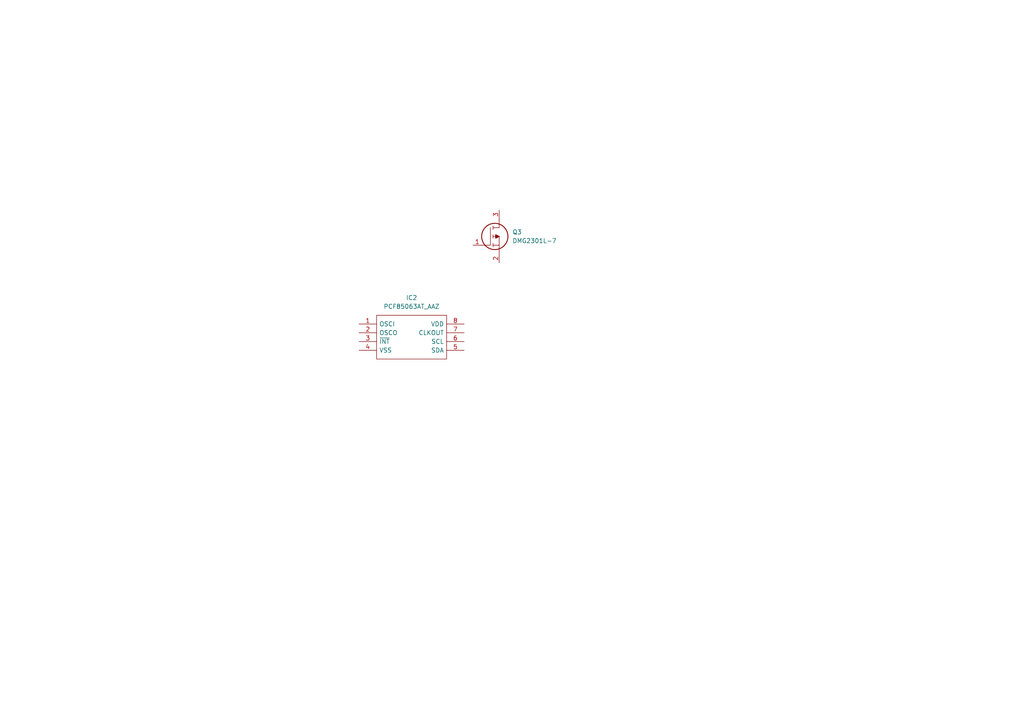
<source format=kicad_sch>
(kicad_sch (version 20230121) (generator eeschema)
  (paper "A4")
  (lib_symbols
    (symbol "DMG2301L-7:DMG2301L-7" (pin_names (offset 0.762))
      (property "Reference" "Q" (at 11.43 3.81 0))
      (property "Value" "DMG2301L-7" (at 11.43 1.27 0))
      (symbol "DMG2301L-7_0_0"
        (pin passive line (at 0 0 0) (length 2.54) (name "~") (number "1"))
        (pin passive line (at 7.62 -5.08 90) (length 2.54) (name "~") (number "2"))
        (pin passive line (at 7.62 10.16 270) (length 2.54) (name "~") (number "3"))
      )
      (symbol "DMG2301L-7_0_1"
        (polyline (pts (xy 5.842 -0.508) (xy 5.842 0.508)) (stroke (width 0.1524)))
        (polyline (pts (xy 5.842 0) (xy 7.62 0)) (stroke (width 0.1524)))
        (polyline (pts (xy 5.842 2.032) (xy 5.842 3.048)) (stroke (width 0.1524)))
        (polyline (pts (xy 5.842 5.588) (xy 5.842 4.572)) (stroke (width 0.1524)))
        (polyline (pts (xy 7.62 2.54) (xy 5.842 2.54)) (stroke (width 0.1524)))
        (polyline (pts (xy 7.62 2.54) (xy 7.62 -2.54)) (stroke (width 0.1524)))
        (polyline (pts (xy 7.62 5.08) (xy 5.842 5.08)) (stroke (width 0.1524)))
        (polyline (pts (xy 7.62 5.08) (xy 7.62 7.62)) (stroke (width 0.1524)))
        (polyline (pts (xy 2.54 0) (xy 5.08 0) (xy 5.08 5.08)) (stroke (width 0.1524)))
        (polyline (pts (xy 7.62 2.54) (xy 6.604 3.048) (xy 6.604 2.032) (xy 7.62 2.54)) (stroke (width 0.254)) (fill (type outline)))
        (circle (center 6.35 2.54) (radius 3.81) (stroke (width 0.254)))
      )
    )
    (symbol "PCF85063AT_AAZ:PCF85063AT_AAZ" (pin_names (offset 0.762))
      (property "Reference" "IC" (at 26.67 7.62 0))
      (property "Value" "PCF85063AT_AAZ" (at 26.67 5.08 0))
      (symbol "PCF85063AT_AAZ_0_0"
        (pin passive line (at 0 0 0) (length 5.08) (name "OSCI") (number "1"))
        (pin passive line (at 0 -2.54 0) (length 5.08) (name "OSCO") (number "2"))
        (pin passive line (at 0 -5.08 0) (length 5.08) (name "~{INT}") (number "3"))
        (pin passive line (at 0 -7.62 0) (length 5.08) (name "VSS") (number "4"))
        (pin passive line (at 30.48 -7.62 180) (length 5.08) (name "SDA") (number "5"))
        (pin passive line (at 30.48 -5.08 180) (length 5.08) (name "SCL") (number "6"))
        (pin passive line (at 30.48 -2.54 180) (length 5.08) (name "CLKOUT") (number "7"))
        (pin passive line (at 30.48 0 180) (length 5.08) (name "VDD") (number "8"))
      )
      (symbol "PCF85063AT_AAZ_0_1"
        (polyline (pts (xy 5.08 2.54) (xy 25.4 2.54) (xy 25.4 -10.16) (xy 5.08 -10.16) (xy 5.08 2.54)) (stroke (width 0.1524)))
      )
    )
  )
  (symbol (lib_id "PCF85063AT_AAZ:PCF85063AT_AAZ") (at 104.14 93.98 0) (unit 1)
    (property "Reference" "IC2" (at 119.38 86.36 0))
    (property "Value" "PCF85063AT_AAZ" (at 119.38 88.9 0))
    (property "Footprint" "LIB_PCF85063AT_AAZ:SOIC127P600X175-8N" (effects hide))
    (property "Datasheet" "http://www.nxp.com/docs/en/data-sheet/PCF85063A.pdf" (effects hide))
    (property "Description" "Real Time Clock Low Power Real time clocks" (effects hide))
    (property "Height" "1.75" (effects hide))
    (property "Manufacturer_Name" "NXP" (effects hide))
    (property "Manufacturer_Part_Number" "PCF85063AT/AAZ" (effects hide))
    (property "Mouser Part Number" "771-PCF85063AT/AAZ" (effects hide))
    (property "Mouser Price/Stock" "https://www.mouser.co.uk/ProductDetail/NXP-Semiconductors/PCF85063AT-AAZ?qs=sV%252BQJnSpgu9E5WpV9lmUdg%3D%3D" (effects hide))
    (property "Arrow Part Number" "PCF85063AT/AAZ" (effects hide))
    (property "Arrow Price/Stock" "https://www.arrow.com/en/products/pcf85063ataaz/nxp-semiconductors?region=nac" (effects hide))
  )
  (symbol (lib_id "DMG2301L-7:DMG2301L-7") (at 137.16 71.12 0) (unit 1)
    (property "Reference" "Q3" (at 148.59 67.31 0) (effects (justify left)))
    (property "Value" "DMG2301L-7" (at 148.59 69.85 0) (effects (justify left)))
    (property "Footprint" "DMG2301L-7:SOT96P240X110-3N" (effects hide))
    (property "Datasheet" "https://www.mouser.com/datasheet/2/115/DMG2301L-959562.pdf" (effects hide))
    (property "Description" "MOSFET MOSFET BVDSS" (effects hide))
    (property "Height" "1.1" (effects hide))
    (property "Manufacturer_Name" "Diodes Inc." (effects hide))
    (property "Manufacturer_Part_Number" "DMG2301L-7" (effects hide))
    (property "Mouser Part Number" "621-DMG2301L-7" (effects hide))
    (property "Mouser Price/Stock" "https://www.mouser.co.uk/ProductDetail/Diodes-Incorporated/DMG2301L-7?qs=60RJRzIpcl8mqpUzCaZuxQ%3D%3D" (effects hide))
    (property "Arrow Part Number" "DMG2301L-7" (effects hide))
    (property "Arrow Price/Stock" "https://www.arrow.com/en/products/dmg2301l-7/diodes-incorporated?region=nac" (effects hide))
  )
)
</source>
